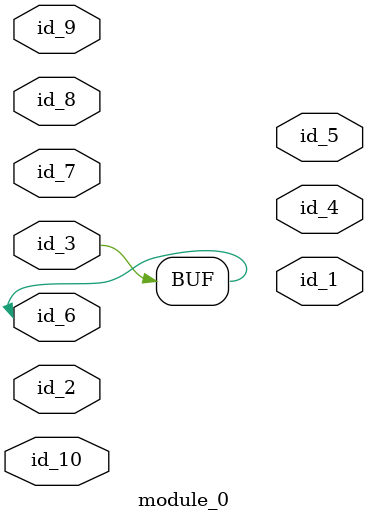
<source format=v>
module module_0 (
    id_1,
    id_2,
    id_3,
    id_4,
    id_5,
    id_6,
    id_7,
    id_8,
    id_9,
    id_10
);
  inout id_10;
  input id_9;
  input id_8;
  input id_7;
  inout id_6;
  output id_5;
  output id_4;
  inout id_3;
  inout id_2;
  output id_1;
  wand id_10;
  initial begin
    if (1) id_3 <= id_6;
    else id_10[1] <= 1;
  end
endmodule

</source>
